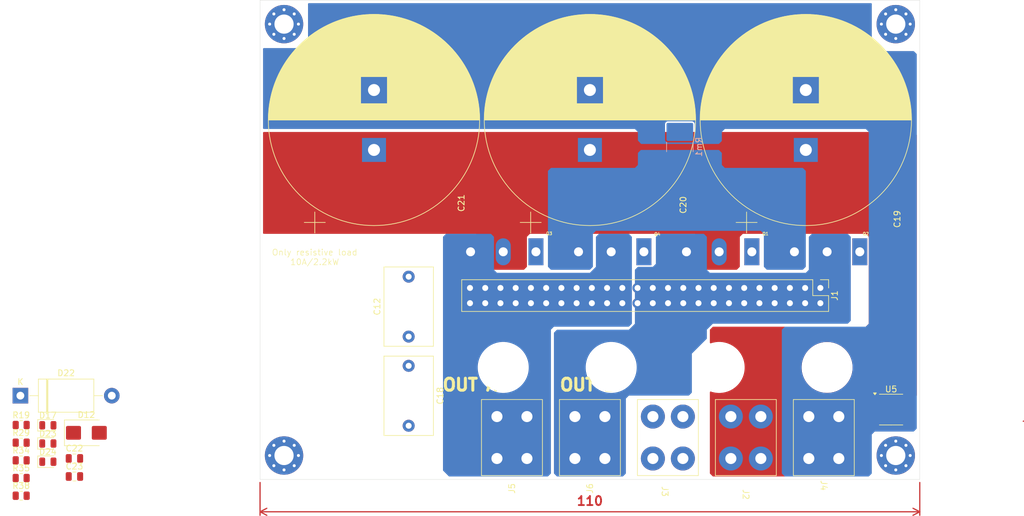
<source format=kicad_pcb>
(kicad_pcb (version 20241229) (generator "pcbnew") (generator_version "9.0")
  (layers (0 "F.Cu" signal) (4 "In1.Cu" signal) (6 "In2.Cu" signal) (2 "B.Cu" signal) (13 "F.Paste" user) (15 "B.Paste" user) (5 "F.SilkS" user "F.Silkscreen") (7 "B.SilkS" user "B.Silkscreen") (1 "F.Mask" user) (3 "B.Mask" user) (25 "Edge.Cuts" user))
  (net 0 "")
  (net 2 "/OUT_A")
  (net 3 "/OUT_B")
  (net 4 "+5V")
  (net 5 "/T3")
  (net 6 "/T4")
  (net 7 "/T1")
  (net 8 "/T2")
  (net 9 "GND")
  (net 10 "/DC+")
  (net 11 "Earth")
  (net 12 "/DC-")
  (net 13 "Net-(U5-FILTER)")
  (net 14 "Net-(D17-A)")
  (net 15 "Net-(D22-A2)")
  (net 16 "Net-(D23-A)")
  (net 17 "/_mer")
  (net 18 "Net-(U5-VIOUT)")
  (net 19 "/A1")
  (net 20 "/A2")
  (footprint "Resistor_SMD:R_0805_2012Metric" (layer "F.Cu") (at 55.05 133.67)
    (property "Reference" "R29" (at 0 -1.65 0) (layer "F.SilkS"))
    (property "Value" "560/1%")
    (pad "1" smd roundrect (at -0.9125 0) (size 1.025 1.4) (layers "F.Cu" "F.Mask" "F.Paste") (roundrect_rratio 0.243902) (net 19 "/A1"))
    (pad "2" smd roundrect (at 0.9125 0) (size 1.025 1.4) (layers "F.Cu" "F.Mask" "F.Paste") (roundrect_rratio 0.243902) (net 18 "Net-(U5-VIOUT)"))
  )
  (footprint "MountingHole:MountingHole_3.2mm_M3_Pad_Via" (layer "F.Cu") (at 98.88 135.81)
    (property "Reference" "H1" (hide yes))
    (property "Value" "3,2")
    (pad "1" thru_hole circle (at -2.4 0) (size 0.8 0.8) (drill 0.5) (layers "*.Cu" "*.Mask") (net 9 "GND"))
    (pad "1" thru_hole circle (at -1.697056 -1.697056) (size 0.8 0.8) (drill 0.5) (layers "*.Cu" "*.Mask") (net 9 "GND"))
    (pad "1" thru_hole circle (at -1.697056 1.697056) (size 0.8 0.8) (drill 0.5) (layers "*.Cu" "*.Mask") (net 9 "GND"))
    (pad "1" thru_hole circle (at 0 -2.4) (size 0.8 0.8) (drill 0.5) (layers "*.Cu" "*.Mask") (net 9 "GND"))
    (pad "1" thru_hole circle (at 0 0) (size 6.4 6.4) (drill 3.2) (layers "*.Cu" "*.Mask") (net 9 "GND"))
    (pad "1" thru_hole circle (at 0 2.4) (size 0.8 0.8) (drill 0.5) (layers "*.Cu" "*.Mask") (net 9 "GND"))
    (pad "1" thru_hole circle (at 1.697056 -1.697056) (size 0.8 0.8) (drill 0.5) (layers "*.Cu" "*.Mask") (net 9 "GND"))
    (pad "1" thru_hole circle (at 1.697056 1.697056) (size 0.8 0.8) (drill 0.5) (layers "*.Cu" "*.Mask") (net 9 "GND"))
    (pad "1" thru_hole circle (at 2.4 0) (size 0.8 0.8) (drill 0.5) (layers "*.Cu" "*.Mask") (net 9 "GND"))
  )
  (footprint "Resistor_SMD:R_0805_2012Metric" (layer "F.Cu") (at 55.05 136.62)
    (property "Reference" "R34" (at 0 -1.65 0) (layer "F.SilkS"))
    (property "Value" "470k/1%")
    (pad "1" smd roundrect (at -0.9125 0) (size 1.025 1.4) (layers "F.Cu" "F.Mask" "F.Paste") (roundrect_rratio 0.243902) (net 20 "/A2"))
    (pad "2" smd roundrect (at 0.9125 0) (size 1.025 1.4) (layers "F.Cu" "F.Mask" "F.Paste") (roundrect_rratio 0.243902) (net 10 "/DC+"))
  )
  (footprint "fab_T:TO-247-3_Horizontal_TabDown_Cut" (layer "F.Cu") (at 194.88 101.81 180)
    (property "Reference" "Q2" (at -1 3 0) (layer "F.SilkS") (effects (font (size 0.5 0.5) (thickness 0.1) (bold yes))))
    (property "Value" "47n60")
    (pad "" np_thru_hole circle (at 5.45 -19.3 180) (size 8 8) (drill 8) (layers "F&B.Cu" "*.Mask"))
    (pad "1" thru_hole rect (at 0 0 180) (size 2.5 4.5) (drill 1.5) (layers "*.Cu" "*.Mask") (net 8 "/T2"))
    (pad "2" thru_hole oval (at 5.45 0 180) (size 2.5 4.5) (drill 1.5) (layers "*.Cu" "*.Mask") (net 2 "/OUT_A"))
    (pad "3" thru_hole oval (at 10.9 0 180) (size 2.5 4.5) (drill 1.5) (layers "*.Cu" "*.Mask") (net 17 "/_mer"))
  )
  (footprint "Diode_THT:D_DO-201AE_P15.24mm_Horizontal" (layer "F.Cu") (at 54.92 125.82)
    (property "Reference" "D22" (at 7.62 -3.77 0) (layer "F.SilkS"))
    (property "Value" "1.5KE440CA")
    (fp_text user "K" (at 0 -2.3 0) (layer "F.SilkS"))
    (pad "1" thru_hole rect (at 0 0) (size 2.6 2.6) (drill 1.3) (layers "*.Cu" "*.Mask") (net 2 "/OUT_A"))
    (pad "2" thru_hole oval (at 15.24 0) (size 2.6 2.6) (drill 1.3) (layers "*.Cu" "*.Mask") (net 15 "Net-(D22-A2)"))
  )
  (footprint "Diode_SMD:D_SMB" (layer "F.Cu") (at 65.925 132.02)
    (property "Reference" "D12" (at 0 -3 0) (layer "F.SilkS"))
    (property "Value" "ES5J")
    (pad "1" smd roundrect (at -2.15 0) (size 2.5 2.3) (layers "F.Cu" "F.Mask" "F.Paste") (roundrect_rratio 0.1086956522) (net 10 "/DC+"))
    (pad "2" smd roundrect (at 2.15 0) (size 2.5 2.3) (layers "F.Cu" "F.Mask" "F.Paste") (roundrect_rratio 0.1086956522) (net 12 "/DC-"))
  )
  (footprint "fabrika_lib:KEYS_7796" (layer "F.Cu") (at 136.88 132.81 90)
    (property "Reference" "J5" (at -8.5 0 90) (layer "F.SilkS"))
    (property "Value" "A")
    (pad "1" thru_hole circle (at -3.5 -2.5 90) (size 4 4) (drill 1.85) (layers "*.Cu" "*.Mask") (net 3 "/OUT_B"))
    (pad "1" thru_hole circle (at -3.5 2.5 90) (size 4 4) (drill 1.85) (layers "*.Cu" "*.Mask") (net 3 "/OUT_B"))
    (pad "1" thru_hole circle (at 3.5 -2.5 90) (size 4 4) (drill 1.85) (layers "*.Cu" "*.Mask") (net 3 "/OUT_B"))
    (pad "1" thru_hole circle (at 3.5 2.5 90) (size 4 4) (drill 1.85) (layers "*.Cu" "*.Mask") (net 3 "/OUT_B"))
  )
  (footprint "fabrika_lib:WE_861011486024" (layer "F.Cu") (at 113.88 84.81 90)
    (property "Reference" "C21" (at -8.86 14.57 90) (layer "F.SilkS"))
    (property "Value" "470uF/450V")
    (pad "1" thru_hole rect (at 0 0 90) (size 4 4) (drill 2) (layers "*.Cu" "*.Mask") (net 10 "/DC+"))
    (pad "2" thru_hole circle (at 10 0 90) (size 4 4) (drill 2) (layers "*.Cu" "*.Mask") (net 12 "/DC-"))
  )
  (footprint "Resistor_SMD:R_0805_2012Metric" (layer "F.Cu") (at 55.05 139.57)
    (property "Reference" "R35" (at 0 -1.65 0) (layer "F.SilkS"))
    (property "Value" "5k6/1%")
    (pad "1" smd roundrect (at -0.9125 0) (size 1.025 1.4) (layers "F.Cu" "F.Mask" "F.Paste") (roundrect_rratio 0.243902) (net 9 "GND"))
    (pad "2" smd roundrect (at 0.9125 0) (size 1.025 1.4) (layers "F.Cu" "F.Mask" "F.Paste") (roundrect_rratio 0.243902) (net 20 "/A2"))
  )
  (footprint "fabrika_lib:KEYS_7796" (layer "F.Cu") (at 188.88 132.81 -90)
    (property "Reference" "J4" (at 8 0 270) (layer "F.SilkS"))
    (property "Value" "DC-")
    (pad "1" thru_hole circle (at -3.5 -2.5 270) (size 4 4) (drill 1.85) (layers "*.Cu" "*.Mask") (net 12 "/DC-"))
    (pad "1" thru_hole circle (at -3.5 2.5 270) (size 4 4) (drill 1.85) (layers "*.Cu" "*.Mask") (net 12 "/DC-"))
    (pad "1" thru_hole circle (at 3.5 -2.5 270) (size 4 4) (drill 1.85) (layers "*.Cu" "*.Mask") (net 12 "/DC-"))
    (pad "1" thru_hole circle (at 3.5 2.5 270) (size 4 4) (drill 1.85) (layers "*.Cu" "*.Mask") (net 12 "/DC-"))
  )
  (footprint "Resistor_SMD:R_0805_2012Metric" (layer "F.Cu") (at 55.05 130.72)
    (property "Reference" "R19" (at 0 -1.65 0) (layer "F.SilkS"))
    (property "Value" "300k")
    (pad "1" smd roundrect (at -0.9125 0) (size 1.025 1.4) (layers "F.Cu" "F.Mask" "F.Paste") (roundrect_rratio 0.243902) (net 14 "Net-(D17-A)"))
    (pad "2" smd roundrect (at 0.9125 0) (size 1.025 1.4) (layers "F.Cu" "F.Mask" "F.Paste") (roundrect_rratio 0.243902) (net 10 "/DC+"))
  )
  (footprint "fab_T:TO-247-3_Horizontal_TabDown_Cut" (layer "F.Cu") (at 176.88 101.81 180)
    (property "Reference" "Q1" (at -2.27 3.01 0) (layer "F.SilkS") (effects (font (size 0.5 0.5) (thickness 0.1) (bold yes))))
    (property "Value" "47n60")
    (pad "" np_thru_hole circle (at 5.45 -19.3 180) (size 8 8) (drill 8) (layers "F&B.Cu" "*.Mask"))
    (pad "1" thru_hole rect (at 0 0 180) (size 2.5 4.5) (drill 1.5) (layers "*.Cu" "*.Mask") (net 7 "/T1"))
    (pad "2" thru_hole oval (at 5.45 0 180) (size 2.5 4.5) (drill 1.5) (layers "*.Cu" "*.Mask") (net 10 "/DC+"))
    (pad "3" thru_hole oval (at 10.9 0 180) (size 2.5 4.5) (drill 1.5) (layers "*.Cu" "*.Mask") (net 2 "/OUT_A"))
  )
  (footprint "fabrika_lib:KEYS_7796" (layer "F.Cu") (at 162.88 132.81 -90)
    (property "Reference" "J3" (at 9 0.5 270) (layer "F.SilkS"))
    (property "Value" "EARTH")
    (pad "1" thru_hole circle (at -3.5 -2.5 270) (size 4 4) (drill 1.85) (layers "*.Cu" "*.Mask") (net 11 "Earth"))
    (pad "1" thru_hole circle (at -3.5 2.5 270) (size 4 4) (drill 1.85) (layers "*.Cu" "*.Mask") (net 11 "Earth"))
    (pad "1" thru_hole circle (at 3.5 -2.5 270) (size 4 4) (drill 1.85) (layers "*.Cu" "*.Mask") (net 11 "Earth"))
    (pad "1" thru_hole circle (at 3.5 2.5 270) (size 4 4) (drill 1.85) (layers "*.Cu" "*.Mask") (net 11 "Earth"))
  )
  (footprint "fabrika_lib:WE_861011486024" (layer "F.Cu") (at 185.88 84.81 90)
    (property "Reference" "C19" (at -11.54 15.24 90) (layer "F.SilkS"))
    (property "Value" "470uF/450V")
    (pad "1" thru_hole rect (at 0 0 90) (size 4 4) (drill 2) (layers "*.Cu" "*.Mask") (net 10 "/DC+"))
    (pad "2" thru_hole circle (at 10 0 90) (size 4 4) (drill 2) (layers "*.Cu" "*.Mask") (net 12 "/DC-"))
  )
  (footprint "Capacitor_SMD:C_0805_2012Metric" (layer "F.Cu") (at 63.93 139.31)
    (property "Reference" "C23" (at 0 -1.68 0) (layer "F.SilkS"))
    (property "Value" "1n")
    (pad "1" smd roundrect (at -0.95 0) (size 1 1.45) (layers "F.Cu" "F.Mask" "F.Paste") (net 13 "Net-(U5-FILTER)"))
    (pad "2" smd roundrect (at 0.95 0) (size 1 1.45) (layers "F.Cu" "F.Mask" "F.Paste") (net 9 "GND"))
  )
  (footprint "LED_SMD:LED_0805_2012Metric" (layer "F.Cu") (at 59.5 133.805)
    (property "Reference" "D23" (at 0 -1.65 0) (layer "F.SilkS"))
    (property "Value" "LED")
    (pad "1" smd roundrect (at -0.9375 0) (size 0.975 1.4) (layers "F.Cu" "F.Mask" "F.Paste") (net 2 "/OUT_A"))
    (pad "2" smd roundrect (at 0.9375 0) (size 0.975 1.4) (layers "F.Cu" "F.Mask" "F.Paste") (net 16 "Net-(D23-A)"))
  )
  (footprint "LED_SMD:LED_0805_2012Metric" (layer "F.Cu") (at 59.5 130.765)
    (property "Reference" "D17" (at 0 -1.65 0) (layer "F.SilkS"))
    (property "Value" "LED")
    (pad "1" smd roundrect (at -0.9375 0) (size 0.975 1.4) (layers "F.Cu" "F.Mask" "F.Paste") (net 12 "/DC-"))
    (pad "2" smd roundrect (at 0.9375 0) (size 0.975 1.4) (layers "F.Cu" "F.Mask" "F.Paste") (net 14 "Net-(D17-A)"))
  )
  (footprint "Capacitor_THT:C_Rect_L13.0mm_W8.0mm_P10.00mm_FKS3_FKP3_MKS4" (layer "F.Cu") (at 119.66 115.96 90)
    (property "Reference" "C12" (at 5 -5.25 90) (layer "F.SilkS"))
    (property "Value" "100n/275V X2")
    (pad "1" thru_hole circle (at 0 0 90) (size 2 2) (drill 1) (layers "*.Cu" "*.Mask") (net 10 "/DC+"))
    (pad "2" thru_hole circle (at 10 0 90) (size 2 2) (drill 1) (layers "*.Cu" "*.Mask") (net 11 "Earth"))
  )
  (footprint "Capacitor_SMD:C_0805_2012Metric" (layer "F.Cu") (at 63.93 136.3)
    (property "Reference" "C22" (at 0 -1.68 0) (layer "F.SilkS"))
    (property "Value" "100n")
    (pad "1" smd roundrect (at -0.95 0) (size 1 1.45) (layers "F.Cu" "F.Mask" "F.Paste") (net 4 "+5V"))
    (pad "2" smd roundrect (at 0.95 0) (size 1 1.45) (layers "F.Cu" "F.Mask" "F.Paste") (net 9 "GND"))
  )
  (footprint "MountingHole:MountingHole_3.2mm_M3_Pad_Via" (layer "F.Cu") (at 200.88 135.81)
    (property "Reference" "H2" (hide yes))
    (property "Value" "3,2")
    (pad "1" thru_hole circle (at -2.4 0) (size 0.8 0.8) (drill 0.5) (layers "*.Cu" "*.Mask") (net 9 "GND"))
    (pad "1" thru_hole circle (at -1.697056 -1.697056) (size 0.8 0.8) (drill 0.5) (layers "*.Cu" "*.Mask") (net 9 "GND"))
    (pad "1" thru_hole circle (at -1.697056 1.697056) (size 0.8 0.8) (drill 0.5) (layers "*.Cu" "*.Mask") (net 9 "GND"))
    (pad "1" thru_hole circle (at 0 -2.4) (size 0.8 0.8) (drill 0.5) (layers "*.Cu" "*.Mask") (net 9 "GND"))
    (pad "1" thru_hole circle (at 0 0) (size 6.4 6.4) (drill 3.2) (layers "*.Cu" "*.Mask") (net 9 "GND"))
    (pad "1" thru_hole circle (at 0 2.4) (size 0.8 0.8) (drill 0.5) (layers "*.Cu" "*.Mask") (net 9 "GND"))
    (pad "1" thru_hole circle (at 1.697056 -1.697056) (size 0.8 0.8) (drill 0.5) (layers "*.Cu" "*.Mask") (net 9 "GND"))
    (pad "1" thru_hole circle (at 1.697056 1.697056) (size 0.8 0.8) (drill 0.5) (layers "*.Cu" "*.Mask") (net 9 "GND"))
    (pad "1" thru_hole circle (at 2.4 0) (size 0.8 0.8) (drill 0.5) (layers "*.Cu" "*.Mask") (net 9 "GND"))
  )
  (footprint "Package_SO:SOIC-8_3.9x4.9mm_P1.27mm" (layer "F.Cu") (at 200.1 128.145)
    (property "Reference" "U5" (at 0 -3.4 0) (layer "F.SilkS"))
    (property "Value" "ACS712ELCTR-20A-T")
    (pad "1" smd roundrect (at -2.475 -1.905) (size 1.95 0.6) (layers "F.Cu" "F.Mask" "F.Paste") (net 9 "GND"))
    (pad "2" smd roundrect (at -2.475 -0.635) (size 1.95 0.6) (layers "F.Cu" "F.Mask" "F.Paste") (net 9 "GND"))
    (pad "3" smd roundrect (at -2.475 0.635) (size 1.95 0.6) (layers "F.Cu" "F.Mask" "F.Paste") (net 12 "/DC-"))
    (pad "4" smd roundrect (at -2.475 1.905) (size 1.95 0.6) (layers "F.Cu" "F.Mask" "F.Paste") (net 12 "/DC-"))
    (pad "5" smd roundrect (at 2.475 1.905) (size 1.95 0.6) (layers "F.Cu" "F.Mask" "F.Paste") (net 9 "GND"))
    (pad "6" smd roundrect (at 2.475 0.635) (size 1.95 0.6) (layers "F.Cu" "F.Mask" "F.Paste") (net 13 "Net-(U5-FILTER)"))
    (pad "7" smd roundrect (at 2.475 -0.635) (size 1.95 0.6) (layers "F.Cu" "F.Mask" "F.Paste") (net 18 "Net-(U5-VIOUT)"))
    (pad "8" smd roundrect (at 2.475 -1.905) (size 1.95 0.6) (layers "F.Cu" "F.Mask" "F.Paste") (net 4 "+5V"))
  )
  (footprint "Resistor_SMD:R_0805_2012Metric" (layer "F.Cu") (at 55.05 142.52)
    (property "Reference" "R38" (at 0 -1.65 0) (layer "F.SilkS"))
    (property "Value" "300k")
    (pad "1" smd roundrect (at -0.9125 0) (size 1.025 1.4) (layers "F.Cu" "F.Mask" "F.Paste") (roundrect_rratio 0.243902) (net 3 "/OUT_B"))
    (pad "2" smd roundrect (at 0.9125 0) (size 1.025 1.4) (layers "F.Cu" "F.Mask" "F.Paste") (roundrect_rratio 0.243902) (net 16 "Net-(D23-A)"))
  )
  (footprint "fabrika_lib:KEYS_7796" (layer "F.Cu") (at 149.88 132.81 90)
    (property "Reference" "J6" (at -8.5 0 90) (layer "F.SilkS"))
    (property "Value" "B")
    (pad "1" thru_hole circle (at -3.5 -2.5 90) (size 4 4) (drill 1.85) (layers "*.Cu" "*.Mask") (net 2 "/OUT_A"))
    (pad "1" thru_hole circle (at -3.5 2.5 90) (size 4 4) (drill 1.85) (layers "*.Cu" "*.Mask") (net 2 "/OUT_A"))
    (pad "1" thru_hole circle (at 3.5 -2.5 90) (size 4 4) (drill 1.85) (layers "*.Cu" "*.Mask") (net 2 "/OUT_A"))
    (pad "1" thru_hole circle (at 3.5 2.5 90) (size 4 4) (drill 1.85) (layers "*.Cu" "*.Mask") (net 2 "/OUT_A"))
  )
  (footprint "MountingHole:MountingHole_3.2mm_M3_Pad_Via" (layer "F.Cu") (at 98.88 63.81)
    (property "Reference" "H3" (hide yes))
    (property "Value" "3,2")
    (pad "1" thru_hole circle (at -2.4 0) (size 0.8 0.8) (drill 0.5) (layers "*.Cu" "*.Mask") (net 9 "GND"))
    (pad "1" thru_hole circle (at -1.697056 -1.697056) (size 0.8 0.8) (drill 0.5) (layers "*.Cu" "*.Mask") (net 9 "GND"))
    (pad "1" thru_hole circle (at -1.697056 1.697056) (size 0.8 0.8) (drill 0.5) (layers "*.Cu" "*.Mask") (net 9 "GND"))
    (pad "1" thru_hole circle (at 0 -2.4) (size 0.8 0.8) (drill 0.5) (layers "*.Cu" "*.Mask") (net 9 "GND"))
    (pad "1" thru_hole circle (at 0 0) (size 6.4 6.4) (drill 3.2) (layers "*.Cu" "*.Mask") (net 9 "GND"))
    (pad "1" thru_hole circle (at 0 2.4) (size 0.8 0.8) (drill 0.5) (layers "*.Cu" "*.Mask") (net 9 "GND"))
    (pad "1" thru_hole circle (at 1.697056 -1.697056) (size 0.8 0.8) (drill 0.5) (layers "*.Cu" "*.Mask") (net 9 "GND"))
    (pad "1" thru_hole circle (at 1.697056 1.697056) (size 0.8 0.8) (drill 0.5) (layers "*.Cu" "*.Mask") (net 9 "GND"))
    (pad "1" thru_hole circle (at 2.4 0) (size 0.8 0.8) (drill 0.5) (layers "*.Cu" "*.Mask") (net 9 "GND"))
  )
  (footprint "fabrika_lib:WE_861011486024" (layer "F.Cu") (at 149.88 84.81 90)
    (property "Reference" "C20" (at -9.18 15.56 90) (layer "F.SilkS"))
    (property "Value" "470uF/450V")
    (pad "1" thru_hole rect (at 0 0 90) (size 4 4) (drill 2) (layers "*.Cu" "*.Mask") (net 10 "/DC+"))
    (pad "2" thru_hole circle (at 10 0 90) (size 4 4) (drill 2) (layers "*.Cu" "*.Mask") (net 12 "/DC-"))
  )
  (footprint "MountingHole:MountingHole_3.2mm_M3_Pad_Via" (layer "F.Cu") (at 200.88 63.81)
    (property "Reference" "H4" (hide yes))
    (property "Value" "3,2")
    (pad "1" thru_hole circle (at -2.4 0) (size 0.8 0.8) (drill 0.5) (layers "*.Cu" "*.Mask") (net 9 "GND"))
    (pad "1" thru_hole circle (at -1.697056 -1.697056) (size 0.8 0.8) (drill 0.5) (layers "*.Cu" "*.Mask") (net 9 "GND"))
    (pad "1" thru_hole circle (at -1.697056 1.697056) (size 0.8 0.8) (drill 0.5) (layers "*.Cu" "*.Mask") (net 9 "GND"))
    (pad "1" thru_hole circle (at 0 -2.4) (size 0.8 0.8) (drill 0.5) (layers "*.Cu" "*.Mask") (net 9 "GND"))
    (pad "1" thru_hole circle (at 0 0) (size 6.4 6.4) (drill 3.2) (layers "*.Cu" "*.Mask") (net 9 "GND"))
    (pad "1" thru_hole circle (at 0 2.4) (size 0.8 0.8) (drill 0.5) (layers "*.Cu" "*.Mask") (net 9 "GND"))
    (pad "1" thru_hole circle (at 1.697056 -1.697056) (size 0.8 0.8) (drill 0.5) (layers "*.Cu" "*.Mask") (net 9 "GND"))
    (pad "1" thru_hole circle (at 1.697056 1.697056) (size 0.8 0.8) (drill 0.5) (layers "*.Cu" "*.Mask") (net 9 "GND"))
    (pad "1" thru_hole circle (at 2.4 0) (size 0.8 0.8) (drill 0.5) (layers "*.Cu" "*.Mask") (net 9 "GND"))
  )
  (footprint "LED_SMD:LED_0805_2012Metric" (layer "F.Cu") (at 59.5 136.845)
    (property "Reference" "D24" (at 0 -1.65 0) (layer "F.SilkS"))
    (property "Value" "LED")
    (pad "1" smd roundrect (at -0.9375 0) (size 0.975 1.4) (layers "F.Cu" "F.Mask" "F.Paste") (net 16 "Net-(D23-A)"))
    (pad "2" smd roundrect (at 0.9375 0) (size 0.975 1.4) (layers "F.Cu" "F.Mask" "F.Paste") (net 2 "/OUT_A"))
  )
  (footprint "fabrika_lib:KEYS_7796" (layer "F.Cu") (at 175.88 132.81 -90)
    (property "Reference" "J2" (at 9.5 0 270) (layer "F.SilkS"))
    (property "Value" "DC+")
    (pad "1" thru_hole circle (at -3.5 -2.5 270) (size 4 4) (drill 1.85) (layers "*.Cu" "*.Mask") (net 10 "/DC+"))
    (pad "1" thru_hole circle (at -3.5 2.5 270) (size 4 4) (drill 1.85) (layers "*.Cu" "*.Mask") (net 10 "/DC+"))
    (pad "1" thru_hole circle (at 3.5 -2.5 270) (size 4 4) (drill 1.85) (layers "*.Cu" "*.Mask") (net 10 "/DC+"))
    (pad "1" thru_hole circle (at 3.5 2.5 270) (size 4 4) (drill 1.85) (layers "*.Cu" "*.Mask") (net 10 "/DC+"))
  )
  (footprint "fab_T:TO-247-3_Horizontal_TabDown_Cut" (layer "F.Cu") (at 158.88 101.81 180)
    (property "Reference" "Q4" (at -2.25 2.95 0) (layer "F.SilkS") (effects (font (size 0.5 0.5) (thickness 0.1) (bold yes))))
    (property "Value" "47n60")
    (pad "" np_thru_hole circle (at 5.45 -19.3 180) (size 8 8) (drill 8) (layers "F&B.Cu" "*.Mask"))
    (pad "1" thru_hole rect (at 0 0 180) (size 2.5 4.5) (drill 1.5) (layers "*.Cu" "*.Mask") (net 6 "/T4"))
    (pad "2" thru_hole oval (at 5.45 0 180) (size 2.5 4.5) (drill 1.5) (layers "*.Cu" "*.Mask") (net 3 "/OUT_B"))
    (pad "3" thru_hole oval (at 10.9 0 180) (size 2.5 4.5) (drill 1.5) (layers "*.Cu" "*.Mask") (net 17 "/_mer"))
  )
  (footprint "fab_T:TO-247-3_Horizontal_TabDown_Cut" (layer "F.Cu") (at 140.88 101.81 180)
    (property "Reference" "Q3" (at -2.21 3.05 0) (layer "F.SilkS") (effects (font (size 0.5 0.5) (thickness 0.1) (bold yes))))
    (property "Value" "47n60")
    (pad "" np_thru_hole circle (at 5.45 -19.3 180) (size 8 8) (drill 8) (layers "F&B.Cu" "*.Mask"))
    (pad "1" thru_hole rect (at 0 0 180) (size 2.5 4.5) (drill 1.5) (layers "*.Cu" "*.Mask") (net 5 "/T3"))
    (pad "2" thru_hole oval (at 5.45 0 180) (size 2.5 4.5) (drill 1.5) (layers "*.Cu" "*.Mask") (net 10 "/DC+"))
    (pad "3" thru_hole oval (at 10.9 0 180) (size 2.5 4.5) (drill 1.5) (layers "*.Cu" "*.Mask") (net 3 "/OUT_B"))
  )
  (footprint "zvt:WSH500" (layer "F.Cu") (at 188.305 107.845 -90)
    (property "Reference" "J1" (at 1.27 -2.38 90) (layer "F.SilkS"))
    (property "Value" "WSH500")
    (pad "1" thru_hole rect (at 0 0 270) (size 1.7 1.7) (drill 1) (layers "*.Cu" "*.Mask"))
    (pad "2" thru_hole circle (at 2.54 0 270) (size 1.7 1.7) (drill 1) (layers "*.Cu" "*.Mask"))
    (pad "3" thru_hole circle (at 0 2.54 270) (size 1.7 1.7) (drill 1) (layers "*.Cu" "*.Mask"))
    (pad "4" thru_hole circle (at 2.54 2.54 270) (size 1.7 1.7) (drill 1) (layers "*.Cu" "*.Mask"))
    (pad "5" thru_hole circle (at 0 5.08 270) (size 1.7 1.7) (drill 1) (layers "*.Cu" "*.Mask"))
    (pad "6" thru_hole circle (at 2.54 5.08 270) (size 1.7 1.7) (drill 1) (layers "*.Cu" "*.Mask"))
    (pad "7" thru_hole circle (at 0 7.62 270) (size 1.7 1.7) (drill 1) (layers "*.Cu" "*.Mask"))
    (pad "8" thru_hole circle (at 2.54 7.62 270) (size 1.7 1.7) (drill 1) (layers "*.Cu" "*.Mask"))
    (pad "9" thru_hole circle (at 0 10.16 270) (size 1.7 1.7) (drill 1) (layers "*.Cu" "*.Mask"))
    (pad "10" thru_hole circle (at 2.54 10.16 270) (size 1.7 1.7) (drill 1) (layers "*.Cu" "*.Mask"))
    (pad "11" thru_hole circle (at 0 12.7 270) (size 1.7 1.7) (drill 1) (layers "*.Cu" "*.Mask"))
    (pad "12" thru_hole circle (at 2.54 12.7 270) (size 1.7 1.7) (drill 1) (layers "*.Cu" "*.Mask"))
    (pad "13" thru_hole circle (at 0 15.24 270) (size 1.7 1.7) (drill 1) (layers "*.Cu" "*.Mask"))
    (pad "14" thru_hole circle (at 2.54 15.24 270) (size 1.7 1.7) (drill 1) (layers "*.Cu" "*.Mask"))
    (pad "15" thru_hole circle (at 0 17.78 270) (size 1.7 1.7) (drill 1) (layers "*.Cu" "*.Mask"))
    (pad "16" thru_hole circle (at 2.54 17.78 270) (size 1.7 1.7) (drill 1) (layers "*.Cu" "*.Mask"))
    (pad "17" thru_hole circle (at 0 20.32 270) (size 1.7 1.7) (drill 1) (layers "*.Cu" "*.Mask"))
    (pad "18" thru_hole circle (at 2.54 20.32 270) (size 1.7 1.7) (drill 1) (layers "*.Cu" "*.Mask"))
    (pad "19" thru_hole circle (at 0 22.86 270) (size 1.7 1.7) (drill 1) (layers "*.Cu" "*.Mask"))
    (pad "20" thru_hole circle (at 2.54 22.86 270) (size 1.7 1.7) (drill 1) (layers "*.Cu" "*.Mask"))
    (pad "21" thru_hole circle (at 0 25.4 270) (size 1.7 1.7) (drill 1) (layers "*.Cu" "*.Mask"))
    (pad "22" thru_hole circle (at 2.54 25.4 270) (size 1.7 1.7) (drill 1) (layers "*.Cu" "*.Mask"))
    (pad "23" thru_hole circle (at 0 27.94 270) (size 1.7 1.7) (drill 1) (layers "*.Cu" "*.Mask"))
    (pad "24" thru_hole circle (at 2.54 27.94 270) (size 1.7 1.7) (drill 1) (layers "*.Cu" "*.Mask"))
    (pad "25" thru_hole circle (at 0 30.48 270) (size 1.7 1.7) (drill 1) (layers "*.Cu" "*.Mask"))
    (pad "26" thru_hole circle (at 2.54 30.48 270) (size 1.7 1.7) (drill 1) (layers "*.Cu" "*.Mask"))
    (pad "27" thru_hole circle (at 0 33.02 270) (size 1.7 1.7) (drill 1) (layers "*.Cu" "*.Mask"))
    (pad "28" thru_hole circle (at 2.54 33.02 270) (size 1.7 1.7) (drill 1) (layers "*.Cu" "*.Mask"))
    (pad "29" thru_hole circle (at 0 35.56 270) (size 1.7 1.7) (drill 1) (layers "*.Cu" "*.Mask"))
    (pad "30" thru_hole circle (at 2.54 35.56 270) (size 1.7 1.7) (drill 1) (layers "*.Cu" "*.Mask"))
    (pad "31" thru_hole circle (at 0 38.1 270) (size 1.7 1.7) (drill 1) (layers "*.Cu" "*.Mask"))
    (pad "32" thru_hole circle (at 2.54 38.1 270) (size 1.7 1.7) (drill 1) (layers "*.Cu" "*.Mask"))
    (pad "33" thru_hole circle (at 0 40.64 270) (size 1.7 1.7) (drill 1) (layers "*.Cu" "*.Mask"))
    (pad "34" thru_hole circle (at 2.54 40.64 270) (size 1.7 1.7) (drill 1) (layers "*.Cu" "*.Mask"))
    (pad "35" thru_hole circle (at 0 43.18 270) (size 1.7 1.7) (drill 1) (layers "*.Cu" "*.Mask"))
    (pad "36" thru_hole circle (at 2.54 43.18 270) (size 1.7 1.7) (drill 1) (layers "*.Cu" "*.Mask"))
    (pad "37" thru_hole circle (at 0 45.72 270) (size 1.7 1.7) (drill 1) (layers "*.Cu" "*.Mask"))
    (pad "38" thru_hole circle (at 2.54 45.72 270) (size 1.7 1.7) (drill 1) (layers "*.Cu" "*.Mask"))
    (pad "39" thru_hole circle (at 0 48.26 270) (size 1.7 1.7) (drill 1) (layers "*.Cu" "*.Mask"))
    (pad "40" thru_hole circle (at 2.54 48.26 270) (size 1.7 1.7) (drill 1) (layers "*.Cu" "*.Mask") (net 5 "/T3"))
    (pad "41" thru_hole circle (at 0 50.8 270) (size 1.7 1.7) (drill 1) (layers "*.Cu" "*.Mask"))
    (pad "42" thru_hole circle (at 2.54 50.8 270) (size 1.7 1.7) (drill 1) (layers "*.Cu" "*.Mask") (net 3 "/OUT_B"))
    (pad "43" thru_hole circle (at 0 53.34 270) (size 1.7 1.7) (drill 1) (layers "*.Cu" "*.Mask"))
    (pad "44" thru_hole circle (at 2.54 53.34 270) (size 1.7 1.7) (drill 1) (layers "*.Cu" "*.Mask"))
    (pad "45" thru_hole circle (at 0 55.88 270) (size 1.7 1.7) (drill 1) (layers "*.Cu" "*.Mask"))
    (pad "46" thru_hole circle (at 2.54 55.88 270) (size 1.7 1.7) (drill 1) (layers "*.Cu" "*.Mask"))
    (pad "47" thru_hole circle (at 0 58.42 270) (size 1.7 1.7) (drill 1) (layers "*.Cu" "*.Mask"))
    (pad "48" thru_hole circle (at 2.54 58.42 270) (size 1.7 1.7) (drill 1) (layers "*.Cu" "*.Mask") (net 6 "/T4"))
  )
  (footprint "Capacitor_THT:C_Rect_L13.0mm_W8.0mm_P10.00mm_FKS3_FKP3_MKS4" (layer "F.Cu") (at 119.66 120.84 -90)
    (property "Reference" "C18" (at 5 -5.25 90) (layer "F.SilkS"))
    (property "Value" "100n/275V X2")
    (pad "1" thru_hole circle (at 0 0 270) (size 2 2) (drill 1) (layers "*.Cu" "*.Mask") (net 11 "Earth"))
    (pad "2" thru_hole circle (at 10 0 270) (size 2 2) (drill 1) (layers "*.Cu" "*.Mask") (net 12 "/DC-"))
  )
  (footprint "Resistor_SMD:R_2816_7142Metric" (layer "B.Cu") (at 164.88 84.31 90)
    (property "Reference" "Rm1" (at 0 3.18 90) (layer "B.SilkS") (effects (justify mirror)))
    (property "Value" "0,013")
    (pad "1" smd roundrect (at -2.5125 0 90) (size 3.025 4.45) (layers "B.Cu" "B.Mask" "B.Paste") (roundrect_rratio 0.082645) (net 17 "/_mer"))
    (pad "2" smd roundrect (at 2.5125 0 90) (size 3.025 4.45) (layers "B.Cu" "B.Mask" "B.Paste") (roundrect_rratio 0.082645) (net 9 "GND"))
  )
  (gr_rect (start 94.88 59.81) (end 204.88 139.81) (stroke (width 0.05)) (fill no) (layer "Edge.Cuts"))
  (gr_text "OUT A" (at 129.88 124.01 0) (layer "F.SilkS") (effects (font (size 2 2) (thickness 0.5) (bold yes))))
  (gr_text "OUT B" (at 149.58 124.01 0) (layer "F.SilkS") (effects (font (size 2 2) (thickness 0.5) (bold yes))))
  (gr_text "Only resistive load\n10A/2.2kW" (at 103.99 102.71 0) (layer "F.SilkS") (effects (font (size 1 1) (thickness 0.1))))
  (dimension (type orthogonal) (layer "F.Cu") (pts (xy 94.88 139.81) (xy 204.88 139.81)) (height 5.39) (orientation 0) (format (prefix "") (suffix "") (units 3) (units_format 0) (precision 4) (suppress_zeroes yes)) (style (thickness 0.2) (arrow_length 1.27) (text_position_mode 0) (arrow_direction outward) (extension_height 0.58642) (extension_offset 0.5) (keep_text_aligned yes)) (gr_text "110" (at 149.88 143.4 0) (layer "F.Cu") (effects (font (size 1.5 1.5) (thickness 0.3)))))
  (segment (start 222.18 130.06) (end 222.14 130.1) (width 0.2) (layer "F.Cu") (net 0))
  (segment (start 182.89 106.31) (end 183.165 106.035) (width 0.2) (layer "F.Cu") (net 0))
  (segment (start 176.88 103.04) (end 176.88 101.81) (width 0.2) (layer "F.Cu") (net 7))
  (zone (net 10) (net_name "/DC+") (layer "F.Cu") (priority 1) (connect_pads yes (clearance 0.25)) (min_thickness 0.25) (fill yes (thermal_gap 0.5) (thermal_bridge_width 0.5))
    (polygon (pts (xy 182.88 138.81) (xy 182.88 126.81) (xy 183.38 126.31) (xy 203.88 126.31) (xy 204.38 125.81) (xy 204.38 82.31) (xy 203.88 81.81) (xy 95.38 81.81) (xy 94.88 82.31) (xy 94.88 98.31) (xy 95.38 98.81) (xy 130.88 98.81) (xy 131.38 99.31) (xy 131.38 104.31) (xy 131.88 104.81) (xy 138.88 104.81) (xy 139.38 104.31) (xy 139.38 99.31) (xy 139.88 98.81) (xy 167.38 98.81) (xy 167.88 99.31) (xy 167.88 104.31) (xy 168.38 104.81) (xy 174.38 104.81) (xy 174.88 104.31) (xy 174.88 99.31) (xy 175.38 98.81) (xy 195.88 98.81) (xy 196.38 99.31) (xy 196.38 113.81) (xy 195.88 114.31) (xy 170.38 114.31) (xy 169.88 114.81) (xy 169.88 138.81) (xy 170.38 139.31) (xy 182.38 139.31)))
  )
  (zone (net 2) (net_name "/OUT_A") (layer "B.Cu") (name "OUT_A") (priority 2) (connect_pads yes (clearance 0.25)) (min_thickness 0.25) (fill yes (thermal_gap 0.5) (thermal_bridge_width 0.5))
    (polygon (pts (xy 169.38 99.31) (xy 168.88 98.81) (xy 161.38 98.81) (xy 160.88 99.31) (xy 160.88 103.81) (xy 160.38 104.31) (xy 157.88 104.31) (xy 157.38 104.81) (xy 157.38 113.81) (xy 156.38 114.81) (xy 144.38 114.81) (xy 143.88 115.31) (xy 143.88 138.81) (xy 144.38 139.31) (xy 155.38 139.31) (xy 155.88 138.81) (xy 155.88 126.31) (xy 156.38 125.81) (xy 166.38 125.81) (xy 166.88 125.31) (xy 166.88 118.81) (xy 169.38 116.31) (xy 169.38 114.81) (xy 170.38 113.81) (xy 192.88 113.81) (xy 193.38 113.31) (xy 193.38 99.31) (xy 192.88 98.81) (xy 186.88 98.81) (xy 186.38 99.31) (xy 186.38 104.81) (xy 185.88 105.31) (xy 169.88 105.31) (xy 169.38 104.81)))
  )
  (zone (net 12) (net_name "/DC-") (layer "B.Cu") (name "DC-") (connect_pads yes (clearance 0.25)) (min_thickness 0.25) (fill yes (thermal_gap 0.5) (thermal_bridge_width 0.5))
    (polygon (pts (xy 196.38 139.31) (xy 196.88 138.81) (xy 196.88 132.31) (xy 197.38 131.81) (xy 203.88 131.81) (xy 204.38 131.31) (xy 204.38 68.81) (xy 203.88 68.31) (xy 197.38 68.31) (xy 196.88 67.81) (xy 196.88 60.31) (xy 196.38 59.81) (xy 103.38 59.81) (xy 102.88 60.31) (xy 102.88 67.31) (xy 102.38 67.81) (xy 95.38 67.81) (xy 94.88 68.31) (xy 94.88 80.81) (xy 95.38 81.31) (xy 142.88 81.31) (xy 157.38 81.31) (xy 157.88 81.81) (xy 157.88 83.235775) (xy 158.414546 83.81) (xy 171.38 83.81) (xy 171.88 83.31) (xy 171.88 81.81) (xy 172.38 81.31) (xy 195.88 81.31) (xy 196.38 81.81) (xy 196.38 113.81) (xy 195.88 114.31) (xy 182.38 114.31) (xy 181.88 114.81) (xy 181.88 138.81) (xy 182.38 139.31)))
  )
  (zone (net 3) (net_name "/OUT_B") (layer "B.Cu") (name "OUT_B") (priority 3) (connect_pads yes (clearance 0.25)) (min_thickness 0.25) (fill yes (thermal_gap 0.5) (thermal_bridge_width 0.5))
    (polygon (pts (xy 142.88 139.31) (xy 143.38 138.81) (xy 143.38 114.81) (xy 143.88 114.31) (xy 156.38 114.31) (xy 156.88 113.81) (xy 156.88 99.31) (xy 156.38 98.81) (xy 151.38 98.81) (xy 150.88 99.31) (xy 150.88 104.31) (xy 149.88 105.31) (xy 134.38 105.31) (xy 133.88 104.81) (xy 133.88 99.31) (xy 133.38 98.81) (xy 125.88 98.81) (xy 125.38 99.31) (xy 125.38 138.31) (xy 126.38 139.31)))
  )
  (zone (net 17) (net_name "/_mer") (layer "B.Cu") (name "_mer") (priority 4) (connect_pads yes (clearance 0.25)) (min_thickness 0.25) (fill yes (thermal_gap 0.5) (thermal_bridge_width 0.5))
    (polygon (pts (xy 185.38 104.81) (xy 185.88 104.31) (xy 185.88 88.31) (xy 185.38 87.81) (xy 172.38 87.81) (xy 171.88 87.31) (xy 171.88 85.31) (xy 171.38 84.81) (xy 158.38 84.81) (xy 157.88 85.31) (xy 157.88 87.31) (xy 157.38 87.81) (xy 143.38 87.81) (xy 142.88 88.31) (xy 142.88 104.31) (xy 143.38 104.81) (xy 149.88 104.81) (xy 150.38 104.31) (xy 150.38 98.81) (xy 150.88 98.31) (xy 178.38 98.31) (xy 178.88 98.81) (xy 178.88 104.31) (xy 179.38 104.81)))
  )
)
</source>
